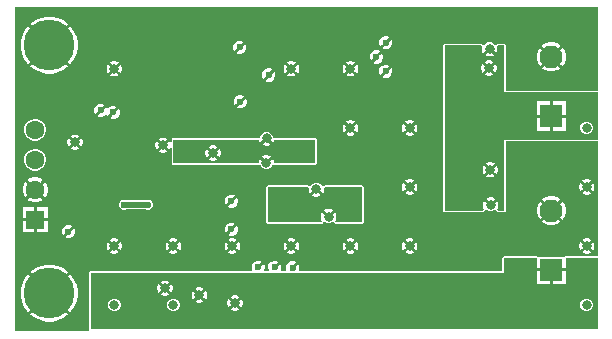
<source format=gbl>
G04*
G04 #@! TF.GenerationSoftware,Altium Limited,Altium Designer,24.0.1 (36)*
G04*
G04 Layer_Physical_Order=4*
G04 Layer_Color=16711680*
%FSLAX44Y44*%
%MOMM*%
G71*
G04*
G04 #@! TF.SameCoordinates,F360539D-4591-415A-ACA9-25143AD626CC*
G04*
G04*
G04 #@! TF.FilePolarity,Positive*
G04*
G01*
G75*
%ADD13C,0.5000*%
%ADD50C,1.6000*%
%ADD51R,1.6000X1.6000*%
%ADD52C,1.9500*%
%ADD53R,1.9500X1.9500*%
%ADD54C,0.6000*%
%ADD55C,0.8000*%
%ADD56C,4.3000*%
G36*
X1180000Y980000D02*
X1259481D01*
Y940000D01*
X1180000D01*
Y880000D01*
X1175008D01*
X1174275Y881270D01*
X1174756Y882103D01*
X1175201Y883766D01*
Y885488D01*
X1174756Y887151D01*
X1174106Y888276D01*
X1172049Y886218D01*
X1170253Y888014D01*
X1172310Y890072D01*
X1171186Y890721D01*
X1169522Y891167D01*
X1167800D01*
X1166137Y890721D01*
X1165013Y890072D01*
X1167070Y888014D01*
X1165274Y886218D01*
X1163216Y888276D01*
X1162567Y887151D01*
X1162121Y885488D01*
Y883766D01*
X1162567Y882103D01*
X1163048Y881270D01*
X1162315Y880000D01*
X1130000D01*
Y1020000D01*
X1160496D01*
X1161437Y1018730D01*
X1161226Y1017941D01*
Y1016219D01*
X1161671Y1014556D01*
X1162321Y1013431D01*
X1164378Y1015489D01*
X1166174Y1013693D01*
X1164117Y1011635D01*
X1165241Y1010985D01*
X1166905Y1010540D01*
X1168627D01*
X1170290Y1010985D01*
X1171415Y1011635D01*
X1169357Y1013693D01*
X1171153Y1015489D01*
X1173211Y1013431D01*
X1173860Y1014556D01*
X1174306Y1016219D01*
Y1017941D01*
X1174094Y1018730D01*
X1175035Y1020000D01*
X1180000D01*
Y980000D01*
D02*
G37*
G36*
X1259481Y981375D02*
X1181375D01*
Y1020000D01*
X1180972Y1020972D01*
X1180000Y1021375D01*
X1175035D01*
X1174937Y1021334D01*
X1174833Y1021360D01*
X1174462Y1021137D01*
X1174063Y1020972D01*
X1174022Y1020873D01*
X1173931Y1020818D01*
X1173523Y1020269D01*
X1173140Y1020208D01*
X1171980Y1020319D01*
X1170751Y1021547D01*
X1168814Y1022350D01*
X1166717D01*
X1164780Y1021547D01*
X1163551Y1020319D01*
X1162391Y1020208D01*
X1162008Y1020269D01*
X1161601Y1020818D01*
X1161509Y1020873D01*
X1161468Y1020972D01*
X1161069Y1021137D01*
X1160698Y1021360D01*
X1160595Y1021334D01*
X1160496Y1021375D01*
X1130000D01*
X1129028Y1020972D01*
X1128625Y1020000D01*
Y880000D01*
X1129028Y879028D01*
X1130000Y878625D01*
X1162315D01*
X1162486Y878696D01*
X1162670Y878672D01*
X1162955Y878891D01*
X1163287Y879028D01*
X1163358Y879200D01*
X1163505Y879313D01*
X1163952Y880087D01*
X1165270Y880402D01*
X1165469Y880367D01*
X1165676Y880159D01*
X1167613Y879357D01*
X1169710D01*
X1171647Y880159D01*
X1171854Y880367D01*
X1172053Y880402D01*
X1173371Y880087D01*
X1173818Y879313D01*
X1173965Y879200D01*
X1174036Y879028D01*
X1174368Y878891D01*
X1174652Y878672D01*
X1174837Y878696D01*
X1175008Y878625D01*
X1180000D01*
X1180972Y879028D01*
X1181375Y880000D01*
Y938625D01*
X1259481D01*
Y841375D01*
X1232290D01*
X1232232Y841351D01*
X1231020Y841020D01*
X1231020Y841020D01*
X1231020Y841020D01*
X1208980D01*
X1208980Y841020D01*
X1207835Y841323D01*
X1207710Y841375D01*
X1180000D01*
X1179028Y840972D01*
X1178625Y840000D01*
Y828875D01*
X1006954D01*
X1006248Y829931D01*
X1006517Y830580D01*
Y832784D01*
X1005743Y834652D01*
X1003604Y832513D01*
X1001808Y834309D01*
X1003947Y836448D01*
X1002079Y837222D01*
X999875D01*
X997839Y836378D01*
X996281Y834820D01*
X995437Y832784D01*
Y830580D01*
X995706Y829931D01*
X995001Y828875D01*
X991845D01*
X991139Y829931D01*
X991540Y830898D01*
Y833102D01*
X990766Y834970D01*
X988627Y832831D01*
X986831Y834627D01*
X988970Y836766D01*
X987102Y837540D01*
X984898D01*
X982862Y836697D01*
X981303Y835138D01*
X980460Y833102D01*
Y830898D01*
X980861Y829931D01*
X980155Y828875D01*
X977845D01*
X977139Y829931D01*
X977540Y830898D01*
Y833102D01*
X976766Y834970D01*
X974627Y832831D01*
X972831Y834627D01*
X974970Y836766D01*
X973102Y837540D01*
X970898D01*
X968862Y836697D01*
X967303Y835138D01*
X966460Y833102D01*
Y830898D01*
X966861Y829931D01*
X966155Y828875D01*
X830000D01*
X829028Y828472D01*
X828625Y827500D01*
Y780000D01*
X828903Y779329D01*
X828338Y778059D01*
X765599D01*
Y1051941D01*
X1259481D01*
Y981375D01*
D02*
G37*
G36*
Y780000D02*
X830000D01*
Y827500D01*
X999915D01*
X1000128Y827412D01*
X1001827D01*
X1002039Y827500D01*
X1180000D01*
Y840000D01*
X1207710D01*
Y831270D01*
X1210523D01*
Y828730D01*
X1207710D01*
Y817710D01*
X1218730D01*
Y820523D01*
X1221270D01*
Y817710D01*
X1232290D01*
Y828730D01*
X1229477D01*
Y831270D01*
X1232290D01*
Y840000D01*
X1259481D01*
Y780000D01*
D02*
G37*
%LPC*%
G36*
X1168054Y1007003D02*
X1166332D01*
X1164668Y1006558D01*
X1163544Y1005908D01*
X1165602Y1003851D01*
X1163805Y1002055D01*
X1161748Y1004112D01*
X1161098Y1002988D01*
X1160653Y1001324D01*
Y999602D01*
X1161098Y997939D01*
X1161748Y996814D01*
X1163805Y998872D01*
X1165602Y997076D01*
X1163544Y995018D01*
X1164668Y994369D01*
X1166332Y993923D01*
X1168054D01*
X1169717Y994369D01*
X1170842Y995018D01*
X1168784Y997076D01*
X1170580Y998872D01*
X1172638Y996814D01*
X1173287Y997939D01*
X1173733Y999602D01*
Y1001324D01*
X1173287Y1002988D01*
X1172638Y1004112D01*
X1170580Y1002055D01*
X1168784Y1003851D01*
X1170842Y1005908D01*
X1169717Y1006558D01*
X1168054Y1007003D01*
D02*
G37*
G36*
X1232290Y972290D02*
X1221270D01*
Y969477D01*
X1218730D01*
Y972290D01*
X1207710D01*
Y961270D01*
X1210523D01*
Y958730D01*
X1207710D01*
Y947710D01*
X1218730D01*
Y950523D01*
X1221270D01*
Y947710D01*
X1232290D01*
Y958730D01*
X1229477D01*
Y961270D01*
X1232290D01*
Y972290D01*
D02*
G37*
G36*
X1251048Y955270D02*
X1248952D01*
X1247015Y954468D01*
X1245532Y952985D01*
X1244730Y951048D01*
Y948952D01*
X1245532Y947015D01*
X1247015Y945532D01*
X1248952Y944730D01*
X1251048D01*
X1252985Y945532D01*
X1254468Y947015D01*
X1255270Y948952D01*
Y951048D01*
X1254468Y952985D01*
X1252985Y954468D01*
X1251048Y955270D01*
D02*
G37*
G36*
X1169168Y921050D02*
X1167446D01*
X1165783Y920604D01*
X1164658Y919955D01*
X1166716Y917897D01*
X1164920Y916101D01*
X1162862Y918159D01*
X1162213Y917034D01*
X1161767Y915371D01*
Y913649D01*
X1162213Y911985D01*
X1162862Y910861D01*
X1164920Y912918D01*
X1166716Y911122D01*
X1164658Y909065D01*
X1165783Y908415D01*
X1167446Y907970D01*
X1169168D01*
X1170831Y908415D01*
X1171956Y909065D01*
X1169898Y911122D01*
X1171694Y912918D01*
X1173752Y910861D01*
X1174401Y911985D01*
X1174847Y913649D01*
Y915371D01*
X1174401Y917034D01*
X1173752Y918159D01*
X1171694Y916101D01*
X1169898Y917897D01*
X1171956Y919955D01*
X1170831Y920604D01*
X1169168Y921050D01*
D02*
G37*
G36*
X797368Y1044040D02*
X792632D01*
X787988Y1043116D01*
X783613Y1041304D01*
X779675Y1038673D01*
X778899Y1037897D01*
X780915Y1035881D01*
X779119Y1034085D01*
X777103Y1036101D01*
X776327Y1035325D01*
X773696Y1031387D01*
X771884Y1027012D01*
X770960Y1022368D01*
Y1017632D01*
X771884Y1012988D01*
X773696Y1008613D01*
X776327Y1004675D01*
X777103Y1003899D01*
X779119Y1005915D01*
X780915Y1004119D01*
X778899Y1002103D01*
X779675Y1001327D01*
X783613Y998696D01*
X787988Y996884D01*
X792632Y995960D01*
X797368D01*
X802012Y996884D01*
X806387Y998696D01*
X810325Y1001327D01*
X811101Y1002103D01*
X809085Y1004119D01*
X810881Y1005915D01*
X812897Y1003899D01*
X813673Y1004675D01*
X816304Y1008613D01*
X818116Y1012988D01*
X819040Y1017632D01*
Y1022368D01*
X818116Y1027012D01*
X816304Y1031387D01*
X813673Y1035325D01*
X812897Y1036101D01*
X810881Y1034085D01*
X809085Y1035881D01*
X811101Y1037897D01*
X810325Y1038673D01*
X806387Y1041304D01*
X802012Y1043116D01*
X797368Y1044040D01*
D02*
G37*
G36*
X1081102Y1027540D02*
X1078898D01*
X1076862Y1026697D01*
X1075303Y1025138D01*
X1074460Y1023102D01*
Y1020898D01*
X1075234Y1019030D01*
X1077373Y1021169D01*
X1079169Y1019373D01*
X1077030Y1017234D01*
X1078898Y1016460D01*
X1081102D01*
X1083138Y1017303D01*
X1084697Y1018862D01*
X1085540Y1020898D01*
Y1023102D01*
X1084766Y1024970D01*
X1082627Y1022831D01*
X1080831Y1024627D01*
X1082970Y1026766D01*
X1081102Y1027540D01*
D02*
G37*
G36*
X1221618Y1022290D02*
X1218382D01*
X1215256Y1021452D01*
X1212454Y1019835D01*
X1212208Y1019588D01*
X1214255Y1017541D01*
X1212459Y1015745D01*
X1210412Y1017792D01*
X1210166Y1017546D01*
X1208548Y1014744D01*
X1207710Y1011618D01*
Y1008382D01*
X1208548Y1005256D01*
X1210166Y1002454D01*
X1210412Y1002208D01*
X1212459Y1004255D01*
X1214255Y1002459D01*
X1212208Y1000412D01*
X1212454Y1000166D01*
X1215256Y998548D01*
X1218382Y997710D01*
X1221618D01*
X1224744Y998548D01*
X1227546Y1000166D01*
X1227792Y1000412D01*
X1225745Y1002459D01*
X1227541Y1004255D01*
X1229588Y1002208D01*
X1229834Y1002454D01*
X1231452Y1005256D01*
X1232290Y1008382D01*
Y1011618D01*
X1231452Y1014744D01*
X1229834Y1017546D01*
X1229588Y1017792D01*
X1227541Y1015745D01*
X1225745Y1017541D01*
X1227792Y1019588D01*
X1227546Y1019835D01*
X1224744Y1021452D01*
X1221618Y1022290D01*
D02*
G37*
G36*
X957256Y1023776D02*
X955052D01*
X953016Y1022933D01*
X951457Y1021374D01*
X950614Y1019338D01*
Y1017134D01*
X951387Y1015266D01*
X953527Y1017405D01*
X955323Y1015609D01*
X953184Y1013470D01*
X955052Y1012696D01*
X957256D01*
X959292Y1013539D01*
X960850Y1015098D01*
X961694Y1017134D01*
Y1019338D01*
X960920Y1021206D01*
X958781Y1019067D01*
X956985Y1020863D01*
X959124Y1023002D01*
X957256Y1023776D01*
D02*
G37*
G36*
X1073102Y1015540D02*
X1070898D01*
X1068862Y1014697D01*
X1067303Y1013138D01*
X1066460Y1011102D01*
Y1008898D01*
X1067234Y1007030D01*
X1069373Y1009169D01*
X1071169Y1007373D01*
X1069030Y1005234D01*
X1070898Y1004460D01*
X1073102D01*
X1075138Y1005303D01*
X1076697Y1006862D01*
X1077540Y1008898D01*
Y1011102D01*
X1076766Y1012970D01*
X1074627Y1010831D01*
X1072831Y1012627D01*
X1074970Y1014766D01*
X1073102Y1015540D01*
D02*
G37*
G36*
X1050861Y1006540D02*
X1049139D01*
X1047476Y1006094D01*
X1046351Y1005445D01*
X1048409Y1003387D01*
X1046613Y1001591D01*
X1044555Y1003649D01*
X1043906Y1002524D01*
X1043460Y1000861D01*
Y999139D01*
X1043906Y997476D01*
X1044555Y996351D01*
X1046613Y998409D01*
X1048409Y996613D01*
X1046351Y994555D01*
X1047476Y993906D01*
X1049139Y993460D01*
X1050861D01*
X1052524Y993906D01*
X1053649Y994555D01*
X1051591Y996613D01*
X1053387Y998409D01*
X1055445Y996351D01*
X1056094Y997476D01*
X1056540Y999139D01*
Y1000861D01*
X1056094Y1002524D01*
X1055445Y1003649D01*
X1053387Y1001591D01*
X1051591Y1003387D01*
X1053649Y1005445D01*
X1052524Y1006094D01*
X1050861Y1006540D01*
D02*
G37*
G36*
X1000861D02*
X999139D01*
X997476Y1006094D01*
X996351Y1005445D01*
X998409Y1003387D01*
X996613Y1001591D01*
X994555Y1003649D01*
X993906Y1002524D01*
X993460Y1000861D01*
Y999139D01*
X993906Y997476D01*
X994555Y996351D01*
X996613Y998409D01*
X998409Y996613D01*
X996351Y994555D01*
X997476Y993906D01*
X999139Y993460D01*
X1000861D01*
X1002524Y993906D01*
X1003649Y994555D01*
X1001591Y996613D01*
X1003387Y998409D01*
X1005445Y996351D01*
X1006094Y997476D01*
X1006540Y999139D01*
Y1000861D01*
X1006094Y1002524D01*
X1005445Y1003649D01*
X1003387Y1001591D01*
X1001591Y1003387D01*
X1003649Y1005445D01*
X1002524Y1006094D01*
X1000861Y1006540D01*
D02*
G37*
G36*
X850861D02*
X849139D01*
X847476Y1006094D01*
X846351Y1005445D01*
X848409Y1003387D01*
X846613Y1001591D01*
X844555Y1003649D01*
X843906Y1002524D01*
X843460Y1000861D01*
Y999139D01*
X843906Y997476D01*
X844555Y996351D01*
X846613Y998409D01*
X848409Y996613D01*
X846351Y994555D01*
X847476Y993906D01*
X849139Y993460D01*
X850861D01*
X852524Y993906D01*
X853649Y994555D01*
X851591Y996613D01*
X853387Y998409D01*
X855445Y996351D01*
X856094Y997476D01*
X856540Y999139D01*
Y1000861D01*
X856094Y1002524D01*
X855445Y1003649D01*
X853387Y1001591D01*
X851591Y1003387D01*
X853649Y1005445D01*
X852524Y1006094D01*
X850861Y1006540D01*
D02*
G37*
G36*
X1081102Y1003540D02*
X1078898D01*
X1076862Y1002697D01*
X1075303Y1001138D01*
X1074460Y999102D01*
Y996898D01*
X1075234Y995030D01*
X1077373Y997169D01*
X1079169Y995373D01*
X1077030Y993234D01*
X1078898Y992460D01*
X1081102D01*
X1083138Y993303D01*
X1084697Y994862D01*
X1085540Y996898D01*
Y999102D01*
X1084766Y1000970D01*
X1082627Y998831D01*
X1080831Y1000627D01*
X1082970Y1002766D01*
X1081102Y1003540D01*
D02*
G37*
G36*
X982026Y1000236D02*
X979822D01*
X977786Y999393D01*
X976227Y997835D01*
X975384Y995798D01*
Y993594D01*
X976158Y991726D01*
X978297Y993866D01*
X980093Y992069D01*
X977954Y989930D01*
X979822Y989156D01*
X982026D01*
X984062Y990000D01*
X985620Y991558D01*
X986464Y993594D01*
Y995798D01*
X985690Y997666D01*
X983551Y995527D01*
X981755Y997323D01*
X983894Y999463D01*
X982026Y1000236D01*
D02*
G37*
G36*
X957608Y977478D02*
X955404D01*
X953367Y976635D01*
X951809Y975076D01*
X950966Y973040D01*
Y970836D01*
X951739Y968968D01*
X953879Y971107D01*
X955675Y969311D01*
X953536Y967172D01*
X955404Y966398D01*
X957608D01*
X959644Y967242D01*
X961202Y968800D01*
X962046Y970836D01*
Y973040D01*
X961272Y974908D01*
X959133Y972769D01*
X957337Y974565D01*
X959476Y976704D01*
X957608Y977478D01*
D02*
G37*
G36*
X839554Y970350D02*
X837350D01*
X835314Y969506D01*
X833755Y967948D01*
X832912Y965912D01*
Y963708D01*
X833686Y961840D01*
X835825Y963979D01*
X837621Y962183D01*
X835482Y960044D01*
X837350Y959270D01*
X839554D01*
X841590Y960113D01*
X842463Y960986D01*
X843961Y960688D01*
X844234Y960030D01*
X846373Y962169D01*
X848169Y960373D01*
X846030Y958234D01*
X847898Y957460D01*
X850102D01*
X852138Y958303D01*
X853697Y959862D01*
X854540Y961898D01*
Y964102D01*
X853766Y965970D01*
X851627Y963831D01*
X849831Y965627D01*
X851970Y967766D01*
X850102Y968540D01*
X847898D01*
X845862Y967697D01*
X844989Y966824D01*
X843491Y967122D01*
X843218Y967780D01*
X841079Y965641D01*
X839283Y967437D01*
X841422Y969576D01*
X839554Y970350D01*
D02*
G37*
G36*
X1100861Y956540D02*
X1099139D01*
X1097476Y956094D01*
X1096351Y955445D01*
X1098409Y953387D01*
X1096613Y951591D01*
X1094555Y953649D01*
X1093906Y952524D01*
X1093460Y950861D01*
Y949139D01*
X1093906Y947476D01*
X1094555Y946351D01*
X1096613Y948409D01*
X1098409Y946613D01*
X1096351Y944555D01*
X1097476Y943906D01*
X1099139Y943460D01*
X1100861D01*
X1102524Y943906D01*
X1103649Y944555D01*
X1101591Y946613D01*
X1103387Y948409D01*
X1105445Y946351D01*
X1106094Y947476D01*
X1106540Y949139D01*
Y950861D01*
X1106094Y952524D01*
X1105445Y953649D01*
X1103387Y951591D01*
X1101591Y953387D01*
X1103649Y955445D01*
X1102524Y956094D01*
X1100861Y956540D01*
D02*
G37*
G36*
X1050861D02*
X1049139D01*
X1047476Y956094D01*
X1046351Y955445D01*
X1048409Y953387D01*
X1046613Y951591D01*
X1044555Y953649D01*
X1043906Y952524D01*
X1043460Y950861D01*
Y949139D01*
X1043906Y947476D01*
X1044555Y946351D01*
X1046613Y948409D01*
X1048409Y946613D01*
X1046351Y944555D01*
X1047476Y943906D01*
X1049139Y943460D01*
X1050861D01*
X1052524Y943906D01*
X1053649Y944555D01*
X1051591Y946613D01*
X1053387Y948409D01*
X1055445Y946351D01*
X1056094Y947476D01*
X1056540Y949139D01*
Y950861D01*
X1056094Y952524D01*
X1055445Y953649D01*
X1053387Y951591D01*
X1051591Y953387D01*
X1053649Y955445D01*
X1052524Y956094D01*
X1050861Y956540D01*
D02*
G37*
G36*
X817572Y944323D02*
X815850D01*
X814186Y943877D01*
X813062Y943228D01*
X815120Y941170D01*
X813324Y939374D01*
X811266Y941432D01*
X810617Y940307D01*
X810171Y938644D01*
Y936922D01*
X810617Y935259D01*
X811266Y934134D01*
X813324Y936192D01*
X815120Y934396D01*
X813062Y932338D01*
X814186Y931689D01*
X815850Y931243D01*
X817572D01*
X819235Y931689D01*
X820360Y932338D01*
X818302Y934396D01*
X820098Y936192D01*
X822156Y934134D01*
X822805Y935259D01*
X823251Y936922D01*
Y938644D01*
X822805Y940307D01*
X822156Y941432D01*
X820098Y939374D01*
X818302Y941170D01*
X820360Y943228D01*
X819235Y943877D01*
X817572Y944323D01*
D02*
G37*
G36*
X784220Y957670D02*
X781780D01*
X779422Y957038D01*
X777308Y955818D01*
X775582Y954092D01*
X774362Y951978D01*
X773730Y949620D01*
Y947180D01*
X774362Y944822D01*
X775582Y942708D01*
X777308Y940982D01*
X779422Y939762D01*
X781780Y939130D01*
X784220D01*
X786578Y939762D01*
X788692Y940982D01*
X790418Y942708D01*
X791638Y944822D01*
X792270Y947180D01*
Y949620D01*
X791638Y951978D01*
X790418Y954092D01*
X788692Y955818D01*
X786578Y957038D01*
X784220Y957670D01*
D02*
G37*
G36*
X979961Y946514D02*
X977865D01*
X975928Y945712D01*
X974445Y944229D01*
X973643Y942292D01*
Y942268D01*
X973322Y941872D01*
X972476Y941375D01*
X900000D01*
X899028Y940972D01*
X898625Y940000D01*
Y937867D01*
X897355Y937700D01*
X897338Y937762D01*
X896689Y938887D01*
X894632Y936829D01*
X892835Y938625D01*
X894893Y940683D01*
X893769Y941332D01*
X892105Y941778D01*
X890383D01*
X888720Y941332D01*
X887595Y940683D01*
X889653Y938625D01*
X887857Y936829D01*
X885799Y938887D01*
X885150Y937762D01*
X884704Y936099D01*
Y934377D01*
X885150Y932714D01*
X885799Y931589D01*
X887857Y933647D01*
X889653Y931851D01*
X887595Y929793D01*
X888720Y929144D01*
X890383Y928698D01*
X892105D01*
X893769Y929144D01*
X894893Y929793D01*
X892835Y931851D01*
X894632Y933647D01*
X896689Y931589D01*
X897338Y932714D01*
X897355Y932776D01*
X898625Y932609D01*
Y920000D01*
X899028Y919028D01*
X900000Y918625D01*
X972277D01*
X973249Y919028D01*
X974015Y918135D01*
X974349Y917329D01*
X975831Y915846D01*
X977768Y915044D01*
X979865D01*
X981802Y915846D01*
X983284Y917329D01*
X983618Y918135D01*
X984385Y919028D01*
X985357Y918625D01*
X1020000D01*
X1020972Y919028D01*
X1021375Y920000D01*
Y940000D01*
X1020972Y940972D01*
X1020000Y941375D01*
X985351D01*
X984504Y941872D01*
X984183Y942268D01*
Y942292D01*
X983381Y944229D01*
X981898Y945712D01*
X979961Y946514D01*
D02*
G37*
G36*
X784220Y932270D02*
X781780D01*
X779422Y931638D01*
X777308Y930418D01*
X775582Y928692D01*
X774362Y926578D01*
X773730Y924220D01*
Y921780D01*
X774362Y919422D01*
X775582Y917308D01*
X777308Y915582D01*
X779422Y914362D01*
X781780Y913730D01*
X784220D01*
X786578Y914362D01*
X788692Y915582D01*
X790418Y917308D01*
X791638Y919422D01*
X792270Y921780D01*
Y924220D01*
X791638Y926578D01*
X790418Y928692D01*
X788692Y930418D01*
X786578Y931638D01*
X784220Y932270D01*
D02*
G37*
G36*
X784388Y908140D02*
X781612D01*
X778932Y907422D01*
X776528Y906034D01*
X776445Y905951D01*
X778506Y903890D01*
X776710Y902094D01*
X774649Y904155D01*
X774566Y904072D01*
X773178Y901668D01*
X772460Y898988D01*
Y896212D01*
X773178Y893532D01*
X774566Y891128D01*
X774649Y891045D01*
X776710Y893106D01*
X778506Y891310D01*
X776445Y889249D01*
X776528Y889166D01*
X778932Y887778D01*
X781612Y887060D01*
X784388D01*
X787068Y887778D01*
X789472Y889166D01*
X789555Y889249D01*
X787494Y891310D01*
X789290Y893106D01*
X791351Y891045D01*
X791434Y891128D01*
X792822Y893532D01*
X793540Y896212D01*
Y898988D01*
X792822Y901668D01*
X791434Y904072D01*
X791351Y904155D01*
X789290Y902094D01*
X787494Y903890D01*
X789555Y905951D01*
X789472Y906034D01*
X787068Y907422D01*
X784388Y908140D01*
D02*
G37*
G36*
X1250861Y906540D02*
X1249139D01*
X1247476Y906094D01*
X1246351Y905445D01*
X1248409Y903387D01*
X1246613Y901591D01*
X1244555Y903649D01*
X1243906Y902524D01*
X1243460Y900861D01*
Y899139D01*
X1243906Y897476D01*
X1244555Y896351D01*
X1246613Y898409D01*
X1248409Y896613D01*
X1246351Y894555D01*
X1247476Y893906D01*
X1249139Y893460D01*
X1250861D01*
X1252524Y893906D01*
X1253649Y894555D01*
X1251591Y896613D01*
X1253387Y898409D01*
X1255445Y896351D01*
X1256094Y897476D01*
X1256540Y899139D01*
Y900861D01*
X1256094Y902524D01*
X1255445Y903649D01*
X1253387Y901591D01*
X1251591Y903387D01*
X1253649Y905445D01*
X1252524Y906094D01*
X1250861Y906540D01*
D02*
G37*
G36*
X1100861D02*
X1099139D01*
X1097476Y906094D01*
X1096351Y905445D01*
X1098409Y903387D01*
X1096613Y901591D01*
X1094555Y903649D01*
X1093906Y902524D01*
X1093460Y900861D01*
Y899139D01*
X1093906Y897476D01*
X1094555Y896351D01*
X1096613Y898409D01*
X1098409Y896613D01*
X1096351Y894555D01*
X1097476Y893906D01*
X1099139Y893460D01*
X1100861D01*
X1102524Y893906D01*
X1103649Y894555D01*
X1101591Y896613D01*
X1103387Y898409D01*
X1105445Y896351D01*
X1106094Y897476D01*
X1106540Y899139D01*
Y900861D01*
X1106094Y902524D01*
X1105445Y903649D01*
X1103387Y901591D01*
X1101591Y903387D01*
X1103649Y905445D01*
X1102524Y906094D01*
X1100861Y906540D01*
D02*
G37*
G36*
X1022206Y903469D02*
X1020110D01*
X1018173Y902666D01*
X1016690Y901184D01*
X1016561Y900872D01*
X1015107Y900680D01*
X1014987Y900837D01*
X1014905Y900884D01*
X1014869Y900972D01*
X1014460Y901142D01*
X1014076Y901363D01*
X1013984Y901338D01*
X1013896Y901375D01*
X980000D01*
X979028Y900972D01*
X978625Y900000D01*
Y870000D01*
X979028Y869028D01*
X980000Y868625D01*
X1025404D01*
X1025627Y868718D01*
X1025869Y868706D01*
X1026094Y868911D01*
X1026376Y869028D01*
X1026469Y869251D01*
X1026647Y869414D01*
X1026975Y870108D01*
X1028373Y870459D01*
X1028432Y870447D01*
X1028510Y870368D01*
X1030447Y869566D01*
X1032544D01*
X1034481Y870368D01*
X1034559Y870447D01*
X1034618Y870459D01*
X1036016Y870108D01*
X1036344Y869414D01*
X1036523Y869251D01*
X1036615Y869028D01*
X1036897Y868911D01*
X1037122Y868706D01*
X1037364Y868718D01*
X1037587Y868625D01*
X1060000D01*
X1060972Y869028D01*
X1061375Y870000D01*
Y900000D01*
X1060972Y900972D01*
X1060000Y901375D01*
X1028419D01*
X1028332Y901338D01*
X1028240Y901363D01*
X1027857Y901142D01*
X1027447Y900972D01*
X1027411Y900884D01*
X1027329Y900837D01*
X1027209Y900680D01*
X1025755Y900872D01*
X1025626Y901184D01*
X1024143Y902666D01*
X1022206Y903469D01*
D02*
G37*
G36*
X879349Y889270D02*
X877651D01*
X876622Y888844D01*
X860378D01*
X859349Y889270D01*
X857651D01*
X856081Y888620D01*
X854880Y887419D01*
X854230Y885849D01*
Y884151D01*
X854880Y882581D01*
X856081Y881380D01*
X857651Y880730D01*
X859349D01*
X860378Y881156D01*
X876622D01*
X877651Y880730D01*
X879349D01*
X880919Y881380D01*
X882120Y882581D01*
X882770Y884151D01*
Y885849D01*
X882120Y887419D01*
X880919Y888620D01*
X879349Y889270D01*
D02*
G37*
G36*
X1221618Y892290D02*
X1218382D01*
X1215256Y891452D01*
X1212454Y889834D01*
X1212208Y889588D01*
X1214255Y887541D01*
X1212459Y885745D01*
X1210412Y887792D01*
X1210166Y887546D01*
X1208548Y884744D01*
X1207710Y881618D01*
Y878382D01*
X1208548Y875256D01*
X1210166Y872454D01*
X1210412Y872208D01*
X1212459Y874255D01*
X1214255Y872459D01*
X1212208Y870412D01*
X1212454Y870165D01*
X1215256Y868548D01*
X1218382Y867710D01*
X1221618D01*
X1224744Y868548D01*
X1227546Y870165D01*
X1227792Y870412D01*
X1225745Y872459D01*
X1227541Y874255D01*
X1229588Y872208D01*
X1229834Y872454D01*
X1231452Y875256D01*
X1232290Y878382D01*
Y881618D01*
X1231452Y884744D01*
X1229834Y887546D01*
X1229588Y887792D01*
X1227541Y885745D01*
X1225745Y887541D01*
X1227792Y889588D01*
X1227546Y889834D01*
X1224744Y891452D01*
X1221618Y892290D01*
D02*
G37*
G36*
X950072Y893523D02*
X947868D01*
X945832Y892679D01*
X944273Y891121D01*
X943430Y889085D01*
Y886881D01*
X944203Y885013D01*
X946343Y887152D01*
X948139Y885356D01*
X946000Y883216D01*
X947868Y882443D01*
X950072D01*
X952108Y883286D01*
X953666Y884845D01*
X954510Y886881D01*
Y889085D01*
X953736Y890953D01*
X951597Y888814D01*
X949800Y890610D01*
X951940Y892749D01*
X950072Y893523D01*
D02*
G37*
G36*
X793540Y882740D02*
X784270D01*
Y879927D01*
X781730D01*
Y882740D01*
X772460D01*
Y873470D01*
X775273D01*
Y870930D01*
X772460D01*
Y861660D01*
X781730D01*
Y864473D01*
X784270D01*
Y861660D01*
X793540D01*
Y870930D01*
X790727D01*
Y873470D01*
X793540D01*
Y882740D01*
D02*
G37*
G36*
X950102Y869540D02*
X947898D01*
X945862Y868697D01*
X944303Y867138D01*
X943460Y865102D01*
Y862898D01*
X944234Y861030D01*
X946373Y863169D01*
X948169Y861373D01*
X946030Y859234D01*
X947898Y858460D01*
X950102D01*
X952138Y859303D01*
X953697Y860862D01*
X954540Y862898D01*
Y865102D01*
X953766Y866970D01*
X951627Y864831D01*
X949831Y866627D01*
X951970Y868766D01*
X950102Y869540D01*
D02*
G37*
G36*
X812102Y867540D02*
X809898D01*
X807862Y866697D01*
X806303Y865138D01*
X805460Y863102D01*
Y860898D01*
X806234Y859030D01*
X808373Y861169D01*
X810169Y859373D01*
X808030Y857234D01*
X809898Y856460D01*
X812102D01*
X814138Y857303D01*
X815697Y858862D01*
X816540Y860898D01*
Y863102D01*
X815766Y864970D01*
X813627Y862831D01*
X811831Y864627D01*
X813970Y866766D01*
X812102Y867540D01*
D02*
G37*
G36*
X1250861Y856540D02*
X1249139D01*
X1247476Y856094D01*
X1246351Y855445D01*
X1248409Y853387D01*
X1246613Y851591D01*
X1244555Y853649D01*
X1243906Y852524D01*
X1243460Y850861D01*
Y849139D01*
X1243906Y847476D01*
X1244555Y846351D01*
X1246613Y848409D01*
X1248409Y846613D01*
X1246351Y844555D01*
X1247476Y843906D01*
X1249139Y843460D01*
X1250861D01*
X1252524Y843906D01*
X1253649Y844555D01*
X1251591Y846613D01*
X1253387Y848409D01*
X1255445Y846351D01*
X1256094Y847476D01*
X1256540Y849139D01*
Y850861D01*
X1256094Y852524D01*
X1255445Y853649D01*
X1253387Y851591D01*
X1251591Y853387D01*
X1253649Y855445D01*
X1252524Y856094D01*
X1250861Y856540D01*
D02*
G37*
G36*
X1100861D02*
X1099139D01*
X1097476Y856094D01*
X1096351Y855445D01*
X1098409Y853387D01*
X1096613Y851591D01*
X1094555Y853649D01*
X1093906Y852524D01*
X1093460Y850861D01*
Y849139D01*
X1093906Y847476D01*
X1094555Y846351D01*
X1096613Y848409D01*
X1098409Y846613D01*
X1096351Y844555D01*
X1097476Y843906D01*
X1099139Y843460D01*
X1100861D01*
X1102524Y843906D01*
X1103649Y844555D01*
X1101591Y846613D01*
X1103387Y848409D01*
X1105445Y846351D01*
X1106094Y847476D01*
X1106540Y849139D01*
Y850861D01*
X1106094Y852524D01*
X1105445Y853649D01*
X1103387Y851591D01*
X1101591Y853387D01*
X1103649Y855445D01*
X1102524Y856094D01*
X1100861Y856540D01*
D02*
G37*
G36*
X1050861D02*
X1049139D01*
X1047476Y856094D01*
X1046351Y855445D01*
X1048409Y853387D01*
X1046613Y851591D01*
X1044555Y853649D01*
X1043906Y852524D01*
X1043460Y850861D01*
Y849139D01*
X1043906Y847476D01*
X1044555Y846351D01*
X1046613Y848409D01*
X1048409Y846613D01*
X1046351Y844555D01*
X1047476Y843906D01*
X1049139Y843460D01*
X1050861D01*
X1052524Y843906D01*
X1053649Y844555D01*
X1051591Y846613D01*
X1053387Y848409D01*
X1055445Y846351D01*
X1056094Y847476D01*
X1056540Y849139D01*
Y850861D01*
X1056094Y852524D01*
X1055445Y853649D01*
X1053387Y851591D01*
X1051591Y853387D01*
X1053649Y855445D01*
X1052524Y856094D01*
X1050861Y856540D01*
D02*
G37*
G36*
X1000861D02*
X999139D01*
X997476Y856094D01*
X996351Y855445D01*
X998409Y853387D01*
X996613Y851591D01*
X994555Y853649D01*
X993906Y852524D01*
X993460Y850861D01*
Y849139D01*
X993906Y847476D01*
X994555Y846351D01*
X996613Y848409D01*
X998409Y846613D01*
X996351Y844555D01*
X997476Y843906D01*
X999139Y843460D01*
X1000861D01*
X1002524Y843906D01*
X1003649Y844555D01*
X1001591Y846613D01*
X1003387Y848409D01*
X1005445Y846351D01*
X1006094Y847476D01*
X1006540Y849139D01*
Y850861D01*
X1006094Y852524D01*
X1005445Y853649D01*
X1003387Y851591D01*
X1001591Y853387D01*
X1003649Y855445D01*
X1002524Y856094D01*
X1000861Y856540D01*
D02*
G37*
G36*
X950861D02*
X949139D01*
X947476Y856094D01*
X946351Y855445D01*
X948409Y853387D01*
X946613Y851591D01*
X944555Y853649D01*
X943906Y852524D01*
X943460Y850861D01*
Y849139D01*
X943906Y847476D01*
X944555Y846351D01*
X946613Y848409D01*
X948409Y846613D01*
X946351Y844555D01*
X947476Y843906D01*
X949139Y843460D01*
X950861D01*
X952524Y843906D01*
X953649Y844555D01*
X951591Y846613D01*
X953387Y848409D01*
X955445Y846351D01*
X956094Y847476D01*
X956540Y849139D01*
Y850861D01*
X956094Y852524D01*
X955445Y853649D01*
X953387Y851591D01*
X951591Y853387D01*
X953649Y855445D01*
X952524Y856094D01*
X950861Y856540D01*
D02*
G37*
G36*
X900861D02*
X899139D01*
X897476Y856094D01*
X896351Y855445D01*
X898409Y853387D01*
X896613Y851591D01*
X894555Y853649D01*
X893906Y852524D01*
X893460Y850861D01*
Y849139D01*
X893906Y847476D01*
X894555Y846351D01*
X896613Y848409D01*
X898409Y846613D01*
X896351Y844555D01*
X897476Y843906D01*
X899139Y843460D01*
X900861D01*
X902524Y843906D01*
X903649Y844555D01*
X901591Y846613D01*
X903387Y848409D01*
X905445Y846351D01*
X906094Y847476D01*
X906540Y849139D01*
Y850861D01*
X906094Y852524D01*
X905445Y853649D01*
X903387Y851591D01*
X901591Y853387D01*
X903649Y855445D01*
X902524Y856094D01*
X900861Y856540D01*
D02*
G37*
G36*
X850861D02*
X849139D01*
X847476Y856094D01*
X846351Y855445D01*
X848409Y853387D01*
X846613Y851591D01*
X844555Y853649D01*
X843906Y852524D01*
X843460Y850861D01*
Y849139D01*
X843906Y847476D01*
X844555Y846351D01*
X846613Y848409D01*
X848409Y846613D01*
X846351Y844555D01*
X847476Y843906D01*
X849139Y843460D01*
X850861D01*
X852524Y843906D01*
X853649Y844555D01*
X851591Y846613D01*
X853387Y848409D01*
X855445Y846351D01*
X856094Y847476D01*
X856540Y849139D01*
Y850861D01*
X856094Y852524D01*
X855445Y853649D01*
X853387Y851591D01*
X851591Y853387D01*
X853649Y855445D01*
X852524Y856094D01*
X850861Y856540D01*
D02*
G37*
G36*
X797368Y834040D02*
X792632D01*
X787988Y833116D01*
X783613Y831304D01*
X779675Y828673D01*
X778899Y827897D01*
X780915Y825881D01*
X779119Y824085D01*
X777103Y826101D01*
X776327Y825325D01*
X773696Y821387D01*
X771884Y817012D01*
X770960Y812368D01*
Y807632D01*
X771884Y802988D01*
X773696Y798613D01*
X776327Y794675D01*
X777103Y793899D01*
X779119Y795915D01*
X780915Y794119D01*
X778899Y792103D01*
X779675Y791327D01*
X783613Y788696D01*
X787988Y786884D01*
X792632Y785960D01*
X797368D01*
X802012Y786884D01*
X806387Y788696D01*
X810325Y791327D01*
X811101Y792103D01*
X809085Y794119D01*
X810881Y795915D01*
X812897Y793899D01*
X813673Y794675D01*
X816304Y798613D01*
X818116Y802988D01*
X819040Y807632D01*
Y812368D01*
X818116Y817012D01*
X816304Y821387D01*
X813673Y825325D01*
X812897Y826101D01*
X810881Y824085D01*
X809085Y825881D01*
X811101Y827897D01*
X810325Y828673D01*
X806387Y831304D01*
X802012Y833116D01*
X797368Y834040D01*
D02*
G37*
%LPD*%
G36*
X1020000Y920000D02*
X985357D01*
Y921175D01*
X984911Y922838D01*
X984262Y923963D01*
X982204Y921905D01*
X980408Y923701D01*
X982466Y925759D01*
X981341Y926408D01*
X979678Y926854D01*
X977956D01*
X976292Y926408D01*
X975168Y925759D01*
X977225Y923701D01*
X975429Y921905D01*
X973372Y923963D01*
X972722Y922838D01*
X972277Y921175D01*
Y920000D01*
X900000D01*
Y940000D01*
X972476D01*
X972819Y938719D01*
X973468Y937595D01*
X975526Y939653D01*
X977322Y937857D01*
X975264Y935799D01*
X976389Y935150D01*
X978052Y934704D01*
X979774D01*
X981438Y935150D01*
X982562Y935799D01*
X980504Y937857D01*
X982300Y939653D01*
X984358Y937595D01*
X985007Y938719D01*
X985351Y940000D01*
X1020000D01*
Y920000D01*
D02*
G37*
%LPC*%
G36*
X934585Y935264D02*
X932862D01*
X931199Y934818D01*
X930074Y934168D01*
X932132Y932111D01*
X930336Y930315D01*
X928279Y932373D01*
X927629Y931248D01*
X927184Y929585D01*
Y927862D01*
X927629Y926199D01*
X928279Y925075D01*
X930336Y927132D01*
X932132Y925336D01*
X930074Y923279D01*
X931199Y922629D01*
X932862Y922184D01*
X934585D01*
X936248Y922629D01*
X937373Y923279D01*
X935315Y925336D01*
X937111Y927132D01*
X939168Y925075D01*
X939818Y926199D01*
X940264Y927862D01*
Y929585D01*
X939818Y931248D01*
X939168Y932373D01*
X937111Y930315D01*
X935315Y932111D01*
X937373Y934168D01*
X936248Y934818D01*
X934585Y935264D01*
D02*
G37*
%LPD*%
G36*
X1060000Y870000D02*
X1037587D01*
X1036988Y871270D01*
X1037590Y872312D01*
X1038036Y873975D01*
Y875697D01*
X1037590Y877360D01*
X1036941Y878485D01*
X1034883Y876427D01*
X1033087Y878223D01*
X1035145Y880281D01*
X1034020Y880930D01*
X1032356Y881376D01*
X1030635D01*
X1028971Y880930D01*
X1027847Y880281D01*
X1029904Y878223D01*
X1028108Y876427D01*
X1026050Y878485D01*
X1025401Y877360D01*
X1024956Y875697D01*
Y873975D01*
X1025401Y872312D01*
X1026003Y871270D01*
X1025404Y870000D01*
X980000D01*
Y900000D01*
X1013896D01*
X1014618Y899060D01*
Y897338D01*
X1015064Y895675D01*
X1015713Y894550D01*
X1017771Y896608D01*
X1019567Y894812D01*
X1017509Y892754D01*
X1018634Y892105D01*
X1020297Y891659D01*
X1022019D01*
X1023682Y892105D01*
X1024807Y892754D01*
X1022749Y894812D01*
X1024545Y896608D01*
X1026603Y894550D01*
X1027252Y895675D01*
X1027698Y897338D01*
Y899060D01*
X1028419Y900000D01*
X1060000D01*
Y870000D01*
D02*
G37*
%LPC*%
G36*
X893665Y820696D02*
X891944D01*
X890280Y820251D01*
X889156Y819601D01*
X891213Y817544D01*
X889417Y815748D01*
X887359Y817805D01*
X886710Y816681D01*
X886264Y815017D01*
Y813295D01*
X886710Y811632D01*
X887359Y810507D01*
X889417Y812565D01*
X891213Y810769D01*
X889156Y808711D01*
X890280Y808062D01*
X891944Y807616D01*
X893665D01*
X895329Y808062D01*
X896453Y808711D01*
X894396Y810769D01*
X896192Y812565D01*
X898250Y810507D01*
X898899Y811632D01*
X899344Y813295D01*
Y815017D01*
X898899Y816681D01*
X898250Y817805D01*
X896192Y815748D01*
X894396Y817544D01*
X896453Y819601D01*
X895329Y820251D01*
X893665Y820696D01*
D02*
G37*
G36*
X922930Y814922D02*
X921208D01*
X919544Y814476D01*
X918420Y813827D01*
X920478Y811769D01*
X918681Y809973D01*
X916624Y812031D01*
X915975Y810907D01*
X915529Y809243D01*
Y807521D01*
X915975Y805858D01*
X916624Y804733D01*
X918681Y806791D01*
X920478Y804995D01*
X918420Y802937D01*
X919544Y802288D01*
X921208Y801842D01*
X922930D01*
X924593Y802288D01*
X925718Y802937D01*
X923660Y804995D01*
X925456Y806791D01*
X927514Y804733D01*
X928163Y805858D01*
X928609Y807521D01*
Y809243D01*
X928163Y810907D01*
X927514Y812031D01*
X925456Y809973D01*
X923660Y811769D01*
X925718Y813827D01*
X924593Y814476D01*
X922930Y814922D01*
D02*
G37*
G36*
X952981Y808230D02*
X951259D01*
X949596Y807784D01*
X948472Y807134D01*
X950529Y805077D01*
X948733Y803281D01*
X946675Y805338D01*
X946026Y804214D01*
X945580Y802551D01*
Y800828D01*
X946026Y799165D01*
X946675Y798040D01*
X948733Y800098D01*
X950529Y798302D01*
X948472Y796245D01*
X949596Y795595D01*
X951259Y795150D01*
X952981D01*
X954645Y795595D01*
X955769Y796245D01*
X953712Y798302D01*
X955508Y800098D01*
X957565Y798040D01*
X958215Y799165D01*
X958660Y800828D01*
Y802551D01*
X958215Y804214D01*
X957565Y805338D01*
X955508Y803281D01*
X953712Y805077D01*
X955769Y807134D01*
X954645Y807784D01*
X952981Y808230D01*
D02*
G37*
G36*
X1251048Y805270D02*
X1248952D01*
X1247015Y804468D01*
X1245532Y802985D01*
X1244730Y801048D01*
Y798952D01*
X1245532Y797015D01*
X1247015Y795532D01*
X1248952Y794730D01*
X1251048D01*
X1252985Y795532D01*
X1254468Y797015D01*
X1255270Y798952D01*
Y801048D01*
X1254468Y802985D01*
X1252985Y804468D01*
X1251048Y805270D01*
D02*
G37*
G36*
X901048D02*
X898952D01*
X897015Y804468D01*
X895532Y802985D01*
X894730Y801048D01*
Y798952D01*
X895532Y797015D01*
X897015Y795532D01*
X898952Y794730D01*
X901048D01*
X902985Y795532D01*
X904468Y797015D01*
X905270Y798952D01*
Y801048D01*
X904468Y802985D01*
X902985Y804468D01*
X901048Y805270D01*
D02*
G37*
G36*
X851048D02*
X848952D01*
X847015Y804468D01*
X845532Y802985D01*
X844730Y801048D01*
Y798952D01*
X845532Y797015D01*
X847015Y795532D01*
X848952Y794730D01*
X851048D01*
X852985Y795532D01*
X854468Y797015D01*
X855270Y798952D01*
Y801048D01*
X854468Y802985D01*
X852985Y804468D01*
X851048Y805270D01*
D02*
G37*
%LPD*%
D13*
X858500Y885000D02*
X878500D01*
D50*
X783000Y948400D02*
D03*
Y923000D02*
D03*
Y897600D02*
D03*
D51*
Y872200D02*
D03*
D52*
X1220000Y880000D02*
D03*
Y1010000D02*
D03*
D53*
Y830000D02*
D03*
Y960000D02*
D03*
D54*
X838452Y964810D02*
D03*
X948970Y887983D02*
D03*
X956154Y1018236D02*
D03*
X980924Y994696D02*
D03*
X956506Y971938D02*
D03*
X811000Y862000D02*
D03*
X949000Y864000D02*
D03*
X972000Y832000D02*
D03*
X986000D02*
D03*
X1000977Y831682D02*
D03*
X1072000Y1010000D02*
D03*
X1080000Y1022000D02*
D03*
Y998000D02*
D03*
X849000Y963000D02*
D03*
X858500Y885000D02*
D03*
X878500D02*
D03*
D55*
X1167766Y1017080D02*
D03*
X891244Y935238D02*
D03*
X816711Y937783D02*
D03*
X1250000Y800000D02*
D03*
Y850000D02*
D03*
Y900000D02*
D03*
Y950000D02*
D03*
X900000Y850000D02*
D03*
X850000D02*
D03*
Y800000D02*
D03*
X900000D02*
D03*
X950000Y850000D02*
D03*
X1000000D02*
D03*
X1050000D02*
D03*
X1100000D02*
D03*
Y900000D02*
D03*
Y950000D02*
D03*
X1050000D02*
D03*
Y1000000D02*
D03*
X1000000D02*
D03*
X850000D02*
D03*
X892804Y814156D02*
D03*
X922069Y808382D02*
D03*
X952120Y801690D02*
D03*
X1167193Y1000463D02*
D03*
X1168307Y914510D02*
D03*
X1168661Y884627D02*
D03*
X1031496Y874836D02*
D03*
X1021158Y898199D02*
D03*
X978913Y941244D02*
D03*
X978817Y920314D02*
D03*
X933724Y928724D02*
D03*
D56*
X795000Y810000D02*
D03*
Y1020000D02*
D03*
M02*

</source>
